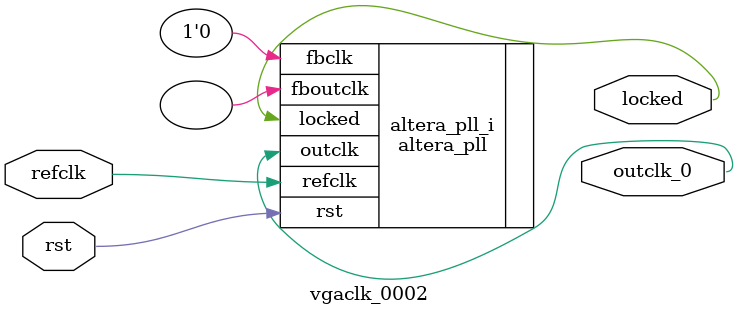
<source format=v>
`timescale 1ns/10ps
module  vgaclk_0002(

	// interface 'refclk'
	input wire refclk,

	// interface 'reset'
	input wire rst,

	// interface 'outclk0'
	output wire outclk_0,

	// interface 'locked'
	output wire locked
);

	altera_pll #(
		.fractional_vco_multiplier("false"),
		.reference_clock_frequency("50.0 MHz"),
		.operation_mode("direct"),
		.number_of_clocks(1),
		.output_clock_frequency0("25.125000 MHz"),
		.phase_shift0("0 ps"),
		.duty_cycle0(50),
		.output_clock_frequency1("0 MHz"),
		.phase_shift1("0 ps"),
		.duty_cycle1(50),
		.output_clock_frequency2("0 MHz"),
		.phase_shift2("0 ps"),
		.duty_cycle2(50),
		.output_clock_frequency3("0 MHz"),
		.phase_shift3("0 ps"),
		.duty_cycle3(50),
		.output_clock_frequency4("0 MHz"),
		.phase_shift4("0 ps"),
		.duty_cycle4(50),
		.output_clock_frequency5("0 MHz"),
		.phase_shift5("0 ps"),
		.duty_cycle5(50),
		.output_clock_frequency6("0 MHz"),
		.phase_shift6("0 ps"),
		.duty_cycle6(50),
		.output_clock_frequency7("0 MHz"),
		.phase_shift7("0 ps"),
		.duty_cycle7(50),
		.output_clock_frequency8("0 MHz"),
		.phase_shift8("0 ps"),
		.duty_cycle8(50),
		.output_clock_frequency9("0 MHz"),
		.phase_shift9("0 ps"),
		.duty_cycle9(50),
		.output_clock_frequency10("0 MHz"),
		.phase_shift10("0 ps"),
		.duty_cycle10(50),
		.output_clock_frequency11("0 MHz"),
		.phase_shift11("0 ps"),
		.duty_cycle11(50),
		.output_clock_frequency12("0 MHz"),
		.phase_shift12("0 ps"),
		.duty_cycle12(50),
		.output_clock_frequency13("0 MHz"),
		.phase_shift13("0 ps"),
		.duty_cycle13(50),
		.output_clock_frequency14("0 MHz"),
		.phase_shift14("0 ps"),
		.duty_cycle14(50),
		.output_clock_frequency15("0 MHz"),
		.phase_shift15("0 ps"),
		.duty_cycle15(50),
		.output_clock_frequency16("0 MHz"),
		.phase_shift16("0 ps"),
		.duty_cycle16(50),
		.output_clock_frequency17("0 MHz"),
		.phase_shift17("0 ps"),
		.duty_cycle17(50),
		.pll_type("General"),
		.pll_subtype("General")
	) altera_pll_i (
		.rst	(rst),
		.outclk	({outclk_0}),
		.locked	(locked),
		.fboutclk	( ),
		.fbclk	(1'b0),
		.refclk	(refclk)
	);
endmodule


</source>
